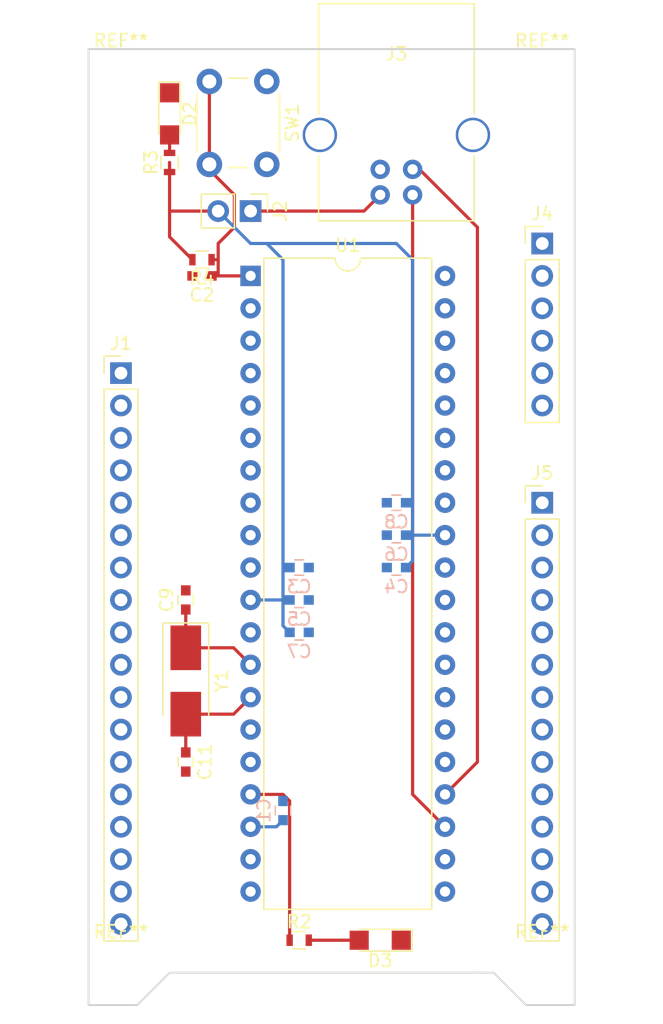
<source format=kicad_pcb>
(kicad_pcb (version 4) (host pcbnew 4.0.7)

  (general
    (links 54)
    (no_connects 33)
    (area 143.434999 79.934999 181.685001 155.015001)
    (thickness 1.6)
    (drawings 9)
    (tracks 50)
    (zones 0)
    (modules 27)
    (nets 69)
  )

  (page A4)
  (layers
    (0 F.Cu signal)
    (31 B.Cu signal)
    (32 B.Adhes user)
    (33 F.Adhes user)
    (34 B.Paste user)
    (35 F.Paste user)
    (36 B.SilkS user)
    (37 F.SilkS user)
    (38 B.Mask user)
    (39 F.Mask user)
    (40 Dwgs.User user)
    (41 Cmts.User user)
    (42 Eco1.User user)
    (43 Eco2.User user)
    (44 Edge.Cuts user)
    (45 Margin user)
    (46 B.CrtYd user)
    (47 F.CrtYd user)
    (48 B.Fab user)
    (49 F.Fab user)
  )

  (setup
    (last_trace_width 0.25)
    (trace_clearance 0.2)
    (zone_clearance 0.508)
    (zone_45_only no)
    (trace_min 0.2)
    (segment_width 0.2)
    (edge_width 0.15)
    (via_size 0.6)
    (via_drill 0.4)
    (via_min_size 0.4)
    (via_min_drill 0.3)
    (uvia_size 0.3)
    (uvia_drill 0.1)
    (uvias_allowed no)
    (uvia_min_size 0.2)
    (uvia_min_drill 0.1)
    (pcb_text_width 0.3)
    (pcb_text_size 1.5 1.5)
    (mod_edge_width 0.15)
    (mod_text_size 1 1)
    (mod_text_width 0.15)
    (pad_size 1.524 1.524)
    (pad_drill 0.762)
    (pad_to_mask_clearance 0.2)
    (aux_axis_origin 0 0)
    (visible_elements 7FFEFFBF)
    (pcbplotparams
      (layerselection 0x00030_80000001)
      (usegerberextensions false)
      (excludeedgelayer true)
      (linewidth 0.100000)
      (plotframeref false)
      (viasonmask false)
      (mode 1)
      (useauxorigin false)
      (hpglpennumber 1)
      (hpglpenspeed 20)
      (hpglpendiameter 15)
      (hpglpenoverlay 2)
      (psnegative false)
      (psa4output false)
      (plotreference true)
      (plotvalue true)
      (plotinvisibletext false)
      (padsonsilk false)
      (subtractmaskfromsilk false)
      (outputformat 1)
      (mirror false)
      (drillshape 1)
      (scaleselection 1)
      (outputdirectory ""))
  )

  (net 0 "")
  (net 1 "Net-(C1-Pad2)")
  (net 2 GND)
  (net 3 +5V)
  (net 4 "Net-(J1-Pad4)")
  (net 5 "Net-(J1-Pad5)")
  (net 6 "Net-(J1-Pad6)")
  (net 7 "Net-(J1-Pad7)")
  (net 8 "Net-(J1-Pad8)")
  (net 9 "Net-(J1-Pad9)")
  (net 10 "Net-(J1-Pad10)")
  (net 11 "Net-(J1-Pad11)")
  (net 12 "Net-(J1-Pad12)")
  (net 13 "Net-(J1-Pad13)")
  (net 14 "Net-(J1-Pad14)")
  (net 15 "Net-(J1-Pad15)")
  (net 16 "Net-(J1-Pad16)")
  (net 17 "Net-(C9-Pad1)")
  (net 18 "Net-(J1-Pad17)")
  (net 19 "Net-(U1-Pad21)")
  (net 20 "Net-(U1-Pad2)")
  (net 21 "Net-(U1-Pad22)")
  (net 22 "Net-(U1-Pad3)")
  (net 23 "Net-(U1-Pad4)")
  (net 24 "Net-(U1-Pad5)")
  (net 25 "Net-(U1-Pad25)")
  (net 26 "Net-(U1-Pad6)")
  (net 27 "Net-(U1-Pad26)")
  (net 28 "Net-(U1-Pad7)")
  (net 29 "Net-(U1-Pad27)")
  (net 30 "Net-(U1-Pad8)")
  (net 31 "Net-(U1-Pad28)")
  (net 32 "Net-(U1-Pad9)")
  (net 33 "Net-(U1-Pad29)")
  (net 34 "Net-(U1-Pad10)")
  (net 35 "Net-(U1-Pad30)")
  (net 36 "Net-(U1-Pad33)")
  (net 37 "Net-(U1-Pad34)")
  (net 38 "Net-(U1-Pad15)")
  (net 39 "Net-(U1-Pad35)")
  (net 40 "Net-(U1-Pad16)")
  (net 41 "Net-(U1-Pad36)")
  (net 42 "Net-(U1-Pad37)")
  (net 43 "Net-(U1-Pad38)")
  (net 44 "Net-(U1-Pad19)")
  (net 45 "Net-(U1-Pad20)")
  (net 46 /RESET)
  (net 47 "Net-(C11-Pad1)")
  (net 48 "Net-(D2-Pad2)")
  (net 49 "Net-(J2-Pad1)")
  (net 50 /PGD)
  (net 51 /PGC)
  (net 52 "Net-(J4-Pad6)")
  (net 53 "Net-(J5-Pad1)")
  (net 54 "Net-(J5-Pad2)")
  (net 55 "Net-(J5-Pad3)")
  (net 56 "Net-(J5-Pad4)")
  (net 57 "Net-(J5-Pad5)")
  (net 58 "Net-(J5-Pad6)")
  (net 59 "Net-(J5-Pad7)")
  (net 60 "Net-(J5-Pad8)")
  (net 61 "Net-(J5-Pad9)")
  (net 62 "Net-(J5-Pad10)")
  (net 63 "Net-(J5-Pad11)")
  (net 64 "Net-(D3-Pad2)")
  (net 65 "Net-(J1-Pad3)")
  (net 66 /D-)
  (net 67 /D+)
  (net 68 /U_LED)

  (net_class Default "This is the default net class."
    (clearance 0.2)
    (trace_width 0.25)
    (via_dia 0.6)
    (via_drill 0.4)
    (uvia_dia 0.3)
    (uvia_drill 0.1)
    (add_net +5V)
    (add_net /D+)
    (add_net /D-)
    (add_net /PGC)
    (add_net /PGD)
    (add_net /RESET)
    (add_net /U_LED)
    (add_net GND)
    (add_net "Net-(C1-Pad2)")
    (add_net "Net-(C11-Pad1)")
    (add_net "Net-(C9-Pad1)")
    (add_net "Net-(D2-Pad2)")
    (add_net "Net-(D3-Pad2)")
    (add_net "Net-(J1-Pad10)")
    (add_net "Net-(J1-Pad11)")
    (add_net "Net-(J1-Pad12)")
    (add_net "Net-(J1-Pad13)")
    (add_net "Net-(J1-Pad14)")
    (add_net "Net-(J1-Pad15)")
    (add_net "Net-(J1-Pad16)")
    (add_net "Net-(J1-Pad17)")
    (add_net "Net-(J1-Pad3)")
    (add_net "Net-(J1-Pad4)")
    (add_net "Net-(J1-Pad5)")
    (add_net "Net-(J1-Pad6)")
    (add_net "Net-(J1-Pad7)")
    (add_net "Net-(J1-Pad8)")
    (add_net "Net-(J1-Pad9)")
    (add_net "Net-(J2-Pad1)")
    (add_net "Net-(J4-Pad6)")
    (add_net "Net-(J5-Pad1)")
    (add_net "Net-(J5-Pad10)")
    (add_net "Net-(J5-Pad11)")
    (add_net "Net-(J5-Pad2)")
    (add_net "Net-(J5-Pad3)")
    (add_net "Net-(J5-Pad4)")
    (add_net "Net-(J5-Pad5)")
    (add_net "Net-(J5-Pad6)")
    (add_net "Net-(J5-Pad7)")
    (add_net "Net-(J5-Pad8)")
    (add_net "Net-(J5-Pad9)")
    (add_net "Net-(U1-Pad10)")
    (add_net "Net-(U1-Pad15)")
    (add_net "Net-(U1-Pad16)")
    (add_net "Net-(U1-Pad19)")
    (add_net "Net-(U1-Pad2)")
    (add_net "Net-(U1-Pad20)")
    (add_net "Net-(U1-Pad21)")
    (add_net "Net-(U1-Pad22)")
    (add_net "Net-(U1-Pad25)")
    (add_net "Net-(U1-Pad26)")
    (add_net "Net-(U1-Pad27)")
    (add_net "Net-(U1-Pad28)")
    (add_net "Net-(U1-Pad29)")
    (add_net "Net-(U1-Pad3)")
    (add_net "Net-(U1-Pad30)")
    (add_net "Net-(U1-Pad33)")
    (add_net "Net-(U1-Pad34)")
    (add_net "Net-(U1-Pad35)")
    (add_net "Net-(U1-Pad36)")
    (add_net "Net-(U1-Pad37)")
    (add_net "Net-(U1-Pad38)")
    (add_net "Net-(U1-Pad4)")
    (add_net "Net-(U1-Pad5)")
    (add_net "Net-(U1-Pad6)")
    (add_net "Net-(U1-Pad7)")
    (add_net "Net-(U1-Pad8)")
    (add_net "Net-(U1-Pad9)")
  )

  (module Mounting_Holes:MountingHole_2.2mm_M2 (layer F.Cu) (tedit 56D1B4CB) (tstamp 5AB6A6F8)
    (at 146.05 82.55)
    (descr "Mounting Hole 2.2mm, no annular, M2")
    (tags "mounting hole 2.2mm no annular m2")
    (attr virtual)
    (fp_text reference REF** (at 0 -3.2) (layer F.SilkS)
      (effects (font (size 1 1) (thickness 0.15)))
    )
    (fp_text value MountingHole_2.2mm_M2 (at 0 3.2) (layer F.Fab)
      (effects (font (size 1 1) (thickness 0.15)))
    )
    (fp_text user %R (at 0.3 0) (layer F.Fab)
      (effects (font (size 1 1) (thickness 0.15)))
    )
    (fp_circle (center 0 0) (end 2.2 0) (layer Cmts.User) (width 0.15))
    (fp_circle (center 0 0) (end 2.45 0) (layer F.CrtYd) (width 0.05))
    (pad 1 np_thru_hole circle (at 0 0) (size 2.2 2.2) (drill 2.2) (layers *.Cu *.Mask))
  )

  (module Mounting_Holes:MountingHole_2.2mm_M2 (layer F.Cu) (tedit 56D1B4CB) (tstamp 5AB6A6F0)
    (at 179.07 82.55)
    (descr "Mounting Hole 2.2mm, no annular, M2")
    (tags "mounting hole 2.2mm no annular m2")
    (attr virtual)
    (fp_text reference REF** (at 0 -3.2) (layer F.SilkS)
      (effects (font (size 1 1) (thickness 0.15)))
    )
    (fp_text value MountingHole_2.2mm_M2 (at 0 3.2) (layer F.Fab)
      (effects (font (size 1 1) (thickness 0.15)))
    )
    (fp_text user %R (at 0.3 0) (layer F.Fab)
      (effects (font (size 1 1) (thickness 0.15)))
    )
    (fp_circle (center 0 0) (end 2.2 0) (layer Cmts.User) (width 0.15))
    (fp_circle (center 0 0) (end 2.45 0) (layer F.CrtYd) (width 0.05))
    (pad 1 np_thru_hole circle (at 0 0) (size 2.2 2.2) (drill 2.2) (layers *.Cu *.Mask))
  )

  (module Mounting_Holes:MountingHole_2.2mm_M2 (layer F.Cu) (tedit 56D1B4CB) (tstamp 5AB6A628)
    (at 179.07 152.4)
    (descr "Mounting Hole 2.2mm, no annular, M2")
    (tags "mounting hole 2.2mm no annular m2")
    (attr virtual)
    (fp_text reference REF** (at 0 -3.2) (layer F.SilkS)
      (effects (font (size 1 1) (thickness 0.15)))
    )
    (fp_text value MountingHole_2.2mm_M2 (at 0 3.2) (layer F.Fab)
      (effects (font (size 1 1) (thickness 0.15)))
    )
    (fp_text user %R (at 0.3 0) (layer F.Fab)
      (effects (font (size 1 1) (thickness 0.15)))
    )
    (fp_circle (center 0 0) (end 2.2 0) (layer Cmts.User) (width 0.15))
    (fp_circle (center 0 0) (end 2.45 0) (layer F.CrtYd) (width 0.05))
    (pad 1 np_thru_hole circle (at 0 0) (size 2.2 2.2) (drill 2.2) (layers *.Cu *.Mask))
  )

  (module Mounting_Holes:MountingHole_2.2mm_M2 (layer F.Cu) (tedit 56D1B4CB) (tstamp 5AB6A668)
    (at 146.05 152.4)
    (descr "Mounting Hole 2.2mm, no annular, M2")
    (tags "mounting hole 2.2mm no annular m2")
    (attr virtual)
    (fp_text reference REF** (at 0 -3.2) (layer F.SilkS)
      (effects (font (size 1 1) (thickness 0.15)))
    )
    (fp_text value MountingHole_2.2mm_M2 (at 0 3.2) (layer F.Fab)
      (effects (font (size 1 1) (thickness 0.15)))
    )
    (fp_text user %R (at 0.3 0) (layer F.Fab)
      (effects (font (size 1 1) (thickness 0.15)))
    )
    (fp_circle (center 0 0) (end 2.2 0) (layer Cmts.User) (width 0.15))
    (fp_circle (center 0 0) (end 2.45 0) (layer F.CrtYd) (width 0.05))
    (pad 1 np_thru_hole circle (at 0 0) (size 2.2 2.2) (drill 2.2) (layers *.Cu *.Mask))
  )

  (module Socket_Strips:Socket_Strip_Straight_1x18_Pitch2.54mm (layer F.Cu) (tedit 58CD5446) (tstamp 5AB69566)
    (at 146.05 105.41)
    (descr "Through hole straight socket strip, 1x18, 2.54mm pitch, single row")
    (tags "Through hole socket strip THT 1x18 2.54mm single row")
    (path /5AB6B979)
    (fp_text reference J1 (at 0 -2.33) (layer F.SilkS)
      (effects (font (size 1 1) (thickness 0.15)))
    )
    (fp_text value Conn_01x18_Female (at 0 45.51) (layer F.Fab)
      (effects (font (size 1 1) (thickness 0.15)))
    )
    (fp_line (start -1.27 -1.27) (end -1.27 44.45) (layer F.Fab) (width 0.1))
    (fp_line (start -1.27 44.45) (end 1.27 44.45) (layer F.Fab) (width 0.1))
    (fp_line (start 1.27 44.45) (end 1.27 -1.27) (layer F.Fab) (width 0.1))
    (fp_line (start 1.27 -1.27) (end -1.27 -1.27) (layer F.Fab) (width 0.1))
    (fp_line (start -1.33 1.27) (end -1.33 44.51) (layer F.SilkS) (width 0.12))
    (fp_line (start -1.33 44.51) (end 1.33 44.51) (layer F.SilkS) (width 0.12))
    (fp_line (start 1.33 44.51) (end 1.33 1.27) (layer F.SilkS) (width 0.12))
    (fp_line (start 1.33 1.27) (end -1.33 1.27) (layer F.SilkS) (width 0.12))
    (fp_line (start -1.33 0) (end -1.33 -1.33) (layer F.SilkS) (width 0.12))
    (fp_line (start -1.33 -1.33) (end 0 -1.33) (layer F.SilkS) (width 0.12))
    (fp_line (start -1.8 -1.8) (end -1.8 44.95) (layer F.CrtYd) (width 0.05))
    (fp_line (start -1.8 44.95) (end 1.8 44.95) (layer F.CrtYd) (width 0.05))
    (fp_line (start 1.8 44.95) (end 1.8 -1.8) (layer F.CrtYd) (width 0.05))
    (fp_line (start 1.8 -1.8) (end -1.8 -1.8) (layer F.CrtYd) (width 0.05))
    (fp_text user %R (at 0 -2.33) (layer F.Fab)
      (effects (font (size 1 1) (thickness 0.15)))
    )
    (pad 1 thru_hole rect (at 0 0) (size 1.7 1.7) (drill 1) (layers *.Cu *.Mask)
      (net 3 +5V))
    (pad 2 thru_hole oval (at 0 2.54) (size 1.7 1.7) (drill 1) (layers *.Cu *.Mask)
      (net 2 GND))
    (pad 3 thru_hole oval (at 0 5.08) (size 1.7 1.7) (drill 1) (layers *.Cu *.Mask)
      (net 65 "Net-(J1-Pad3)"))
    (pad 4 thru_hole oval (at 0 7.62) (size 1.7 1.7) (drill 1) (layers *.Cu *.Mask)
      (net 4 "Net-(J1-Pad4)"))
    (pad 5 thru_hole oval (at 0 10.16) (size 1.7 1.7) (drill 1) (layers *.Cu *.Mask)
      (net 5 "Net-(J1-Pad5)"))
    (pad 6 thru_hole oval (at 0 12.7) (size 1.7 1.7) (drill 1) (layers *.Cu *.Mask)
      (net 6 "Net-(J1-Pad6)"))
    (pad 7 thru_hole oval (at 0 15.24) (size 1.7 1.7) (drill 1) (layers *.Cu *.Mask)
      (net 7 "Net-(J1-Pad7)"))
    (pad 8 thru_hole oval (at 0 17.78) (size 1.7 1.7) (drill 1) (layers *.Cu *.Mask)
      (net 8 "Net-(J1-Pad8)"))
    (pad 9 thru_hole oval (at 0 20.32) (size 1.7 1.7) (drill 1) (layers *.Cu *.Mask)
      (net 9 "Net-(J1-Pad9)"))
    (pad 10 thru_hole oval (at 0 22.86) (size 1.7 1.7) (drill 1) (layers *.Cu *.Mask)
      (net 10 "Net-(J1-Pad10)"))
    (pad 11 thru_hole oval (at 0 25.4) (size 1.7 1.7) (drill 1) (layers *.Cu *.Mask)
      (net 11 "Net-(J1-Pad11)"))
    (pad 12 thru_hole oval (at 0 27.94) (size 1.7 1.7) (drill 1) (layers *.Cu *.Mask)
      (net 12 "Net-(J1-Pad12)"))
    (pad 13 thru_hole oval (at 0 30.48) (size 1.7 1.7) (drill 1) (layers *.Cu *.Mask)
      (net 13 "Net-(J1-Pad13)"))
    (pad 14 thru_hole oval (at 0 33.02) (size 1.7 1.7) (drill 1) (layers *.Cu *.Mask)
      (net 14 "Net-(J1-Pad14)"))
    (pad 15 thru_hole oval (at 0 35.56) (size 1.7 1.7) (drill 1) (layers *.Cu *.Mask)
      (net 15 "Net-(J1-Pad15)"))
    (pad 16 thru_hole oval (at 0 38.1) (size 1.7 1.7) (drill 1) (layers *.Cu *.Mask)
      (net 16 "Net-(J1-Pad16)"))
    (pad 17 thru_hole oval (at 0 40.64) (size 1.7 1.7) (drill 1) (layers *.Cu *.Mask)
      (net 18 "Net-(J1-Pad17)"))
    (pad 18 thru_hole oval (at 0 43.18) (size 1.7 1.7) (drill 1) (layers *.Cu *.Mask)
      (net 2 GND))
    (model ${KISYS3DMOD}/Socket_Strips.3dshapes/Socket_Strip_Straight_1x18_Pitch2.54mm.wrl
      (at (xyz 0 -0.85 0))
      (scale (xyz 1 1 1))
      (rotate (xyz 0 0 270))
    )
  )

  (module Housings_DIP:DIP-40_W15.24mm (layer F.Cu) (tedit 58CC8E30) (tstamp 5AAEDBAB)
    (at 156.21 97.79)
    (descr "40-lead dip package, row spacing 15.24 mm (600 mils)")
    (tags "DIL DIP PDIP 2.54mm 15.24mm 600mil")
    (path /5AAEDA14)
    (fp_text reference U1 (at 7.62 -2.39) (layer F.SilkS)
      (effects (font (size 1 1) (thickness 0.15)))
    )
    (fp_text value PIC18LF4550-I/P (at 7.62 50.65) (layer F.Fab)
      (effects (font (size 1 1) (thickness 0.15)))
    )
    (fp_text user %R (at 7.62 24.13) (layer F.Fab)
      (effects (font (size 1 1) (thickness 0.15)))
    )
    (fp_line (start 1.255 -1.27) (end 14.985 -1.27) (layer F.Fab) (width 0.1))
    (fp_line (start 14.985 -1.27) (end 14.985 49.53) (layer F.Fab) (width 0.1))
    (fp_line (start 14.985 49.53) (end 0.255 49.53) (layer F.Fab) (width 0.1))
    (fp_line (start 0.255 49.53) (end 0.255 -0.27) (layer F.Fab) (width 0.1))
    (fp_line (start 0.255 -0.27) (end 1.255 -1.27) (layer F.Fab) (width 0.1))
    (fp_line (start 6.62 -1.39) (end 1.04 -1.39) (layer F.SilkS) (width 0.12))
    (fp_line (start 1.04 -1.39) (end 1.04 49.65) (layer F.SilkS) (width 0.12))
    (fp_line (start 1.04 49.65) (end 14.2 49.65) (layer F.SilkS) (width 0.12))
    (fp_line (start 14.2 49.65) (end 14.2 -1.39) (layer F.SilkS) (width 0.12))
    (fp_line (start 14.2 -1.39) (end 8.62 -1.39) (layer F.SilkS) (width 0.12))
    (fp_line (start -1.1 -1.6) (end -1.1 49.8) (layer F.CrtYd) (width 0.05))
    (fp_line (start -1.1 49.8) (end 16.3 49.8) (layer F.CrtYd) (width 0.05))
    (fp_line (start 16.3 49.8) (end 16.3 -1.6) (layer F.CrtYd) (width 0.05))
    (fp_line (start 16.3 -1.6) (end -1.1 -1.6) (layer F.CrtYd) (width 0.05))
    (fp_arc (start 7.62 -1.39) (end 6.62 -1.39) (angle -180) (layer F.SilkS) (width 0.12))
    (pad 1 thru_hole rect (at 0 0) (size 1.6 1.6) (drill 0.8) (layers *.Cu *.Mask)
      (net 46 /RESET))
    (pad 21 thru_hole oval (at 15.24 48.26) (size 1.6 1.6) (drill 0.8) (layers *.Cu *.Mask)
      (net 19 "Net-(U1-Pad21)"))
    (pad 2 thru_hole oval (at 0 2.54) (size 1.6 1.6) (drill 0.8) (layers *.Cu *.Mask)
      (net 20 "Net-(U1-Pad2)"))
    (pad 22 thru_hole oval (at 15.24 45.72) (size 1.6 1.6) (drill 0.8) (layers *.Cu *.Mask)
      (net 21 "Net-(U1-Pad22)"))
    (pad 3 thru_hole oval (at 0 5.08) (size 1.6 1.6) (drill 0.8) (layers *.Cu *.Mask)
      (net 22 "Net-(U1-Pad3)"))
    (pad 23 thru_hole oval (at 15.24 43.18) (size 1.6 1.6) (drill 0.8) (layers *.Cu *.Mask)
      (net 66 /D-))
    (pad 4 thru_hole oval (at 0 7.62) (size 1.6 1.6) (drill 0.8) (layers *.Cu *.Mask)
      (net 23 "Net-(U1-Pad4)"))
    (pad 24 thru_hole oval (at 15.24 40.64) (size 1.6 1.6) (drill 0.8) (layers *.Cu *.Mask)
      (net 67 /D+))
    (pad 5 thru_hole oval (at 0 10.16) (size 1.6 1.6) (drill 0.8) (layers *.Cu *.Mask)
      (net 24 "Net-(U1-Pad5)"))
    (pad 25 thru_hole oval (at 15.24 38.1) (size 1.6 1.6) (drill 0.8) (layers *.Cu *.Mask)
      (net 25 "Net-(U1-Pad25)"))
    (pad 6 thru_hole oval (at 0 12.7) (size 1.6 1.6) (drill 0.8) (layers *.Cu *.Mask)
      (net 26 "Net-(U1-Pad6)"))
    (pad 26 thru_hole oval (at 15.24 35.56) (size 1.6 1.6) (drill 0.8) (layers *.Cu *.Mask)
      (net 27 "Net-(U1-Pad26)"))
    (pad 7 thru_hole oval (at 0 15.24) (size 1.6 1.6) (drill 0.8) (layers *.Cu *.Mask)
      (net 28 "Net-(U1-Pad7)"))
    (pad 27 thru_hole oval (at 15.24 33.02) (size 1.6 1.6) (drill 0.8) (layers *.Cu *.Mask)
      (net 29 "Net-(U1-Pad27)"))
    (pad 8 thru_hole oval (at 0 17.78) (size 1.6 1.6) (drill 0.8) (layers *.Cu *.Mask)
      (net 30 "Net-(U1-Pad8)"))
    (pad 28 thru_hole oval (at 15.24 30.48) (size 1.6 1.6) (drill 0.8) (layers *.Cu *.Mask)
      (net 31 "Net-(U1-Pad28)"))
    (pad 9 thru_hole oval (at 0 20.32) (size 1.6 1.6) (drill 0.8) (layers *.Cu *.Mask)
      (net 32 "Net-(U1-Pad9)"))
    (pad 29 thru_hole oval (at 15.24 27.94) (size 1.6 1.6) (drill 0.8) (layers *.Cu *.Mask)
      (net 33 "Net-(U1-Pad29)"))
    (pad 10 thru_hole oval (at 0 22.86) (size 1.6 1.6) (drill 0.8) (layers *.Cu *.Mask)
      (net 34 "Net-(U1-Pad10)"))
    (pad 30 thru_hole oval (at 15.24 25.4) (size 1.6 1.6) (drill 0.8) (layers *.Cu *.Mask)
      (net 35 "Net-(U1-Pad30)"))
    (pad 11 thru_hole oval (at 0 25.4) (size 1.6 1.6) (drill 0.8) (layers *.Cu *.Mask)
      (net 3 +5V))
    (pad 31 thru_hole oval (at 15.24 22.86) (size 1.6 1.6) (drill 0.8) (layers *.Cu *.Mask)
      (net 2 GND))
    (pad 12 thru_hole oval (at 0 27.94) (size 1.6 1.6) (drill 0.8) (layers *.Cu *.Mask)
      (net 2 GND))
    (pad 32 thru_hole oval (at 15.24 20.32) (size 1.6 1.6) (drill 0.8) (layers *.Cu *.Mask)
      (net 3 +5V))
    (pad 13 thru_hole oval (at 0 30.48) (size 1.6 1.6) (drill 0.8) (layers *.Cu *.Mask)
      (net 17 "Net-(C9-Pad1)"))
    (pad 33 thru_hole oval (at 15.24 17.78) (size 1.6 1.6) (drill 0.8) (layers *.Cu *.Mask)
      (net 36 "Net-(U1-Pad33)"))
    (pad 14 thru_hole oval (at 0 33.02) (size 1.6 1.6) (drill 0.8) (layers *.Cu *.Mask)
      (net 47 "Net-(C11-Pad1)"))
    (pad 34 thru_hole oval (at 15.24 15.24) (size 1.6 1.6) (drill 0.8) (layers *.Cu *.Mask)
      (net 37 "Net-(U1-Pad34)"))
    (pad 15 thru_hole oval (at 0 35.56) (size 1.6 1.6) (drill 0.8) (layers *.Cu *.Mask)
      (net 38 "Net-(U1-Pad15)"))
    (pad 35 thru_hole oval (at 15.24 12.7) (size 1.6 1.6) (drill 0.8) (layers *.Cu *.Mask)
      (net 39 "Net-(U1-Pad35)"))
    (pad 16 thru_hole oval (at 0 38.1) (size 1.6 1.6) (drill 0.8) (layers *.Cu *.Mask)
      (net 40 "Net-(U1-Pad16)"))
    (pad 36 thru_hole oval (at 15.24 10.16) (size 1.6 1.6) (drill 0.8) (layers *.Cu *.Mask)
      (net 41 "Net-(U1-Pad36)"))
    (pad 17 thru_hole oval (at 0 40.64) (size 1.6 1.6) (drill 0.8) (layers *.Cu *.Mask)
      (net 68 /U_LED))
    (pad 37 thru_hole oval (at 15.24 7.62) (size 1.6 1.6) (drill 0.8) (layers *.Cu *.Mask)
      (net 42 "Net-(U1-Pad37)"))
    (pad 18 thru_hole oval (at 0 43.18) (size 1.6 1.6) (drill 0.8) (layers *.Cu *.Mask)
      (net 1 "Net-(C1-Pad2)"))
    (pad 38 thru_hole oval (at 15.24 5.08) (size 1.6 1.6) (drill 0.8) (layers *.Cu *.Mask)
      (net 43 "Net-(U1-Pad38)"))
    (pad 19 thru_hole oval (at 0 45.72) (size 1.6 1.6) (drill 0.8) (layers *.Cu *.Mask)
      (net 44 "Net-(U1-Pad19)"))
    (pad 39 thru_hole oval (at 15.24 2.54) (size 1.6 1.6) (drill 0.8) (layers *.Cu *.Mask)
      (net 51 /PGC))
    (pad 20 thru_hole oval (at 0 48.26) (size 1.6 1.6) (drill 0.8) (layers *.Cu *.Mask)
      (net 45 "Net-(U1-Pad20)"))
    (pad 40 thru_hole oval (at 15.24 0) (size 1.6 1.6) (drill 0.8) (layers *.Cu *.Mask)
      (net 50 /PGD))
    (model ${KISYS3DMOD}/Housings_DIP.3dshapes/DIP-40_W15.24mm.wrl
      (at (xyz 0 0 0))
      (scale (xyz 1 1 1))
      (rotate (xyz 0 0 0))
    )
  )

  (module Socket_Strips:Socket_Strip_Straight_1x14_Pitch2.54mm (layer F.Cu) (tedit 58CD5446) (tstamp 5AB56DD4)
    (at 179.07 115.57)
    (descr "Through hole straight socket strip, 1x14, 2.54mm pitch, single row")
    (tags "Through hole socket strip THT 1x14 2.54mm single row")
    (path /5AB6495A)
    (fp_text reference J5 (at 0 -2.33) (layer F.SilkS)
      (effects (font (size 1 1) (thickness 0.15)))
    )
    (fp_text value Conn_01x14_Female (at 0 35.35) (layer F.Fab)
      (effects (font (size 1 1) (thickness 0.15)))
    )
    (fp_line (start -1.27 -1.27) (end -1.27 34.29) (layer F.Fab) (width 0.1))
    (fp_line (start -1.27 34.29) (end 1.27 34.29) (layer F.Fab) (width 0.1))
    (fp_line (start 1.27 34.29) (end 1.27 -1.27) (layer F.Fab) (width 0.1))
    (fp_line (start 1.27 -1.27) (end -1.27 -1.27) (layer F.Fab) (width 0.1))
    (fp_line (start -1.33 1.27) (end -1.33 34.35) (layer F.SilkS) (width 0.12))
    (fp_line (start -1.33 34.35) (end 1.33 34.35) (layer F.SilkS) (width 0.12))
    (fp_line (start 1.33 34.35) (end 1.33 1.27) (layer F.SilkS) (width 0.12))
    (fp_line (start 1.33 1.27) (end -1.33 1.27) (layer F.SilkS) (width 0.12))
    (fp_line (start -1.33 0) (end -1.33 -1.33) (layer F.SilkS) (width 0.12))
    (fp_line (start -1.33 -1.33) (end 0 -1.33) (layer F.SilkS) (width 0.12))
    (fp_line (start -1.8 -1.8) (end -1.8 34.8) (layer F.CrtYd) (width 0.05))
    (fp_line (start -1.8 34.8) (end 1.8 34.8) (layer F.CrtYd) (width 0.05))
    (fp_line (start 1.8 34.8) (end 1.8 -1.8) (layer F.CrtYd) (width 0.05))
    (fp_line (start 1.8 -1.8) (end -1.8 -1.8) (layer F.CrtYd) (width 0.05))
    (fp_text user %R (at 0 -2.33) (layer F.Fab)
      (effects (font (size 1 1) (thickness 0.15)))
    )
    (pad 1 thru_hole rect (at 0 0) (size 1.7 1.7) (drill 1) (layers *.Cu *.Mask)
      (net 53 "Net-(J5-Pad1)"))
    (pad 2 thru_hole oval (at 0 2.54) (size 1.7 1.7) (drill 1) (layers *.Cu *.Mask)
      (net 54 "Net-(J5-Pad2)"))
    (pad 3 thru_hole oval (at 0 5.08) (size 1.7 1.7) (drill 1) (layers *.Cu *.Mask)
      (net 55 "Net-(J5-Pad3)"))
    (pad 4 thru_hole oval (at 0 7.62) (size 1.7 1.7) (drill 1) (layers *.Cu *.Mask)
      (net 56 "Net-(J5-Pad4)"))
    (pad 5 thru_hole oval (at 0 10.16) (size 1.7 1.7) (drill 1) (layers *.Cu *.Mask)
      (net 57 "Net-(J5-Pad5)"))
    (pad 6 thru_hole oval (at 0 12.7) (size 1.7 1.7) (drill 1) (layers *.Cu *.Mask)
      (net 58 "Net-(J5-Pad6)"))
    (pad 7 thru_hole oval (at 0 15.24) (size 1.7 1.7) (drill 1) (layers *.Cu *.Mask)
      (net 59 "Net-(J5-Pad7)"))
    (pad 8 thru_hole oval (at 0 17.78) (size 1.7 1.7) (drill 1) (layers *.Cu *.Mask)
      (net 60 "Net-(J5-Pad8)"))
    (pad 9 thru_hole oval (at 0 20.32) (size 1.7 1.7) (drill 1) (layers *.Cu *.Mask)
      (net 61 "Net-(J5-Pad9)"))
    (pad 10 thru_hole oval (at 0 22.86) (size 1.7 1.7) (drill 1) (layers *.Cu *.Mask)
      (net 62 "Net-(J5-Pad10)"))
    (pad 11 thru_hole oval (at 0 25.4) (size 1.7 1.7) (drill 1) (layers *.Cu *.Mask)
      (net 63 "Net-(J5-Pad11)"))
    (pad 12 thru_hole oval (at 0 27.94) (size 1.7 1.7) (drill 1) (layers *.Cu *.Mask)
      (net 67 /D+))
    (pad 13 thru_hole oval (at 0 30.48) (size 1.7 1.7) (drill 1) (layers *.Cu *.Mask)
      (net 66 /D-))
    (pad 14 thru_hole oval (at 0 33.02) (size 1.7 1.7) (drill 1) (layers *.Cu *.Mask)
      (net 2 GND))
    (model ${KISYS3DMOD}/Socket_Strips.3dshapes/Socket_Strip_Straight_1x14_Pitch2.54mm.wrl
      (at (xyz 0 -0.65 0))
      (scale (xyz 1 1 1))
      (rotate (xyz 0 0 270))
    )
  )

  (module Capacitors_SMD:C_0603 (layer B.Cu) (tedit 59958EE7) (tstamp 5AAEDB29)
    (at 158.75 139.7 270)
    (descr "Capacitor SMD 0603, reflow soldering, AVX (see smccp.pdf)")
    (tags "capacitor 0603")
    (path /5AAEEBAB)
    (attr smd)
    (fp_text reference C1 (at 0 1.5 270) (layer B.SilkS)
      (effects (font (size 1 1) (thickness 0.15)) (justify mirror))
    )
    (fp_text value 1.0u (at 0 -1.5 270) (layer B.Fab)
      (effects (font (size 1 1) (thickness 0.15)) (justify mirror))
    )
    (fp_line (start 1.4 -0.65) (end -1.4 -0.65) (layer B.CrtYd) (width 0.05))
    (fp_line (start 1.4 -0.65) (end 1.4 0.65) (layer B.CrtYd) (width 0.05))
    (fp_line (start -1.4 0.65) (end -1.4 -0.65) (layer B.CrtYd) (width 0.05))
    (fp_line (start -1.4 0.65) (end 1.4 0.65) (layer B.CrtYd) (width 0.05))
    (fp_line (start 0.35 -0.6) (end -0.35 -0.6) (layer B.SilkS) (width 0.12))
    (fp_line (start -0.35 0.6) (end 0.35 0.6) (layer B.SilkS) (width 0.12))
    (fp_line (start -0.8 0.4) (end 0.8 0.4) (layer B.Fab) (width 0.1))
    (fp_line (start 0.8 0.4) (end 0.8 -0.4) (layer B.Fab) (width 0.1))
    (fp_line (start 0.8 -0.4) (end -0.8 -0.4) (layer B.Fab) (width 0.1))
    (fp_line (start -0.8 -0.4) (end -0.8 0.4) (layer B.Fab) (width 0.1))
    (fp_text user %R (at 0 0 270) (layer B.Fab)
      (effects (font (size 0.3 0.3) (thickness 0.075)) (justify mirror))
    )
    (pad 2 smd rect (at 0.75 0 270) (size 0.8 0.75) (layers B.Cu B.Paste B.Mask)
      (net 1 "Net-(C1-Pad2)"))
    (pad 1 smd rect (at -0.75 0 270) (size 0.8 0.75) (layers B.Cu B.Paste B.Mask)
      (net 2 GND))
    (model Capacitors_SMD.3dshapes/C_0603.wrl
      (at (xyz 0 0 0))
      (scale (xyz 1 1 1))
      (rotate (xyz 0 0 0))
    )
  )

  (module Capacitors_SMD:C_0603 (layer F.Cu) (tedit 59958EE7) (tstamp 5AAEDB2F)
    (at 152.4 97.79 180)
    (descr "Capacitor SMD 0603, reflow soldering, AVX (see smccp.pdf)")
    (tags "capacitor 0603")
    (path /5AAEF78D)
    (attr smd)
    (fp_text reference C2 (at 0 -1.5 180) (layer F.SilkS)
      (effects (font (size 1 1) (thickness 0.15)))
    )
    (fp_text value 1.0u (at 0 1.5 180) (layer F.Fab)
      (effects (font (size 1 1) (thickness 0.15)))
    )
    (fp_line (start 1.4 0.65) (end -1.4 0.65) (layer F.CrtYd) (width 0.05))
    (fp_line (start 1.4 0.65) (end 1.4 -0.65) (layer F.CrtYd) (width 0.05))
    (fp_line (start -1.4 -0.65) (end -1.4 0.65) (layer F.CrtYd) (width 0.05))
    (fp_line (start -1.4 -0.65) (end 1.4 -0.65) (layer F.CrtYd) (width 0.05))
    (fp_line (start 0.35 0.6) (end -0.35 0.6) (layer F.SilkS) (width 0.12))
    (fp_line (start -0.35 -0.6) (end 0.35 -0.6) (layer F.SilkS) (width 0.12))
    (fp_line (start -0.8 -0.4) (end 0.8 -0.4) (layer F.Fab) (width 0.1))
    (fp_line (start 0.8 -0.4) (end 0.8 0.4) (layer F.Fab) (width 0.1))
    (fp_line (start 0.8 0.4) (end -0.8 0.4) (layer F.Fab) (width 0.1))
    (fp_line (start -0.8 0.4) (end -0.8 -0.4) (layer F.Fab) (width 0.1))
    (fp_text user %R (at 0 0 180) (layer F.Fab)
      (effects (font (size 0.3 0.3) (thickness 0.075)))
    )
    (pad 2 smd rect (at 0.75 0 180) (size 0.8 0.75) (layers F.Cu F.Paste F.Mask)
      (net 2 GND))
    (pad 1 smd rect (at -0.75 0 180) (size 0.8 0.75) (layers F.Cu F.Paste F.Mask)
      (net 46 /RESET))
    (model Capacitors_SMD.3dshapes/C_0603.wrl
      (at (xyz 0 0 0))
      (scale (xyz 1 1 1))
      (rotate (xyz 0 0 0))
    )
  )

  (module Capacitors_SMD:C_0603 (layer B.Cu) (tedit 59958EE7) (tstamp 5AAEDB35)
    (at 160.02 120.65)
    (descr "Capacitor SMD 0603, reflow soldering, AVX (see smccp.pdf)")
    (tags "capacitor 0603")
    (path /5AAEDFD2)
    (attr smd)
    (fp_text reference C3 (at 0 1.5) (layer B.SilkS)
      (effects (font (size 1 1) (thickness 0.15)) (justify mirror))
    )
    (fp_text value 100N (at 0 -1.5) (layer B.Fab)
      (effects (font (size 1 1) (thickness 0.15)) (justify mirror))
    )
    (fp_line (start 1.4 -0.65) (end -1.4 -0.65) (layer B.CrtYd) (width 0.05))
    (fp_line (start 1.4 -0.65) (end 1.4 0.65) (layer B.CrtYd) (width 0.05))
    (fp_line (start -1.4 0.65) (end -1.4 -0.65) (layer B.CrtYd) (width 0.05))
    (fp_line (start -1.4 0.65) (end 1.4 0.65) (layer B.CrtYd) (width 0.05))
    (fp_line (start 0.35 -0.6) (end -0.35 -0.6) (layer B.SilkS) (width 0.12))
    (fp_line (start -0.35 0.6) (end 0.35 0.6) (layer B.SilkS) (width 0.12))
    (fp_line (start -0.8 0.4) (end 0.8 0.4) (layer B.Fab) (width 0.1))
    (fp_line (start 0.8 0.4) (end 0.8 -0.4) (layer B.Fab) (width 0.1))
    (fp_line (start 0.8 -0.4) (end -0.8 -0.4) (layer B.Fab) (width 0.1))
    (fp_line (start -0.8 -0.4) (end -0.8 0.4) (layer B.Fab) (width 0.1))
    (fp_text user %R (at 0 0) (layer B.Fab)
      (effects (font (size 0.3 0.3) (thickness 0.075)) (justify mirror))
    )
    (pad 2 smd rect (at 0.75 0) (size 0.8 0.75) (layers B.Cu B.Paste B.Mask)
      (net 2 GND))
    (pad 1 smd rect (at -0.75 0) (size 0.8 0.75) (layers B.Cu B.Paste B.Mask)
      (net 3 +5V))
    (model Capacitors_SMD.3dshapes/C_0603.wrl
      (at (xyz 0 0 0))
      (scale (xyz 1 1 1))
      (rotate (xyz 0 0 0))
    )
  )

  (module Capacitors_SMD:C_0603 (layer B.Cu) (tedit 59958EE7) (tstamp 5AAEDB3B)
    (at 167.64 120.65)
    (descr "Capacitor SMD 0603, reflow soldering, AVX (see smccp.pdf)")
    (tags "capacitor 0603")
    (path /5AAEE181)
    (attr smd)
    (fp_text reference C4 (at 0 1.5) (layer B.SilkS)
      (effects (font (size 1 1) (thickness 0.15)) (justify mirror))
    )
    (fp_text value 100N (at 0 -1.5) (layer B.Fab)
      (effects (font (size 1 1) (thickness 0.15)) (justify mirror))
    )
    (fp_line (start 1.4 -0.65) (end -1.4 -0.65) (layer B.CrtYd) (width 0.05))
    (fp_line (start 1.4 -0.65) (end 1.4 0.65) (layer B.CrtYd) (width 0.05))
    (fp_line (start -1.4 0.65) (end -1.4 -0.65) (layer B.CrtYd) (width 0.05))
    (fp_line (start -1.4 0.65) (end 1.4 0.65) (layer B.CrtYd) (width 0.05))
    (fp_line (start 0.35 -0.6) (end -0.35 -0.6) (layer B.SilkS) (width 0.12))
    (fp_line (start -0.35 0.6) (end 0.35 0.6) (layer B.SilkS) (width 0.12))
    (fp_line (start -0.8 0.4) (end 0.8 0.4) (layer B.Fab) (width 0.1))
    (fp_line (start 0.8 0.4) (end 0.8 -0.4) (layer B.Fab) (width 0.1))
    (fp_line (start 0.8 -0.4) (end -0.8 -0.4) (layer B.Fab) (width 0.1))
    (fp_line (start -0.8 -0.4) (end -0.8 0.4) (layer B.Fab) (width 0.1))
    (fp_text user %R (at 0 0) (layer B.Fab)
      (effects (font (size 0.3 0.3) (thickness 0.075)) (justify mirror))
    )
    (pad 2 smd rect (at 0.75 0) (size 0.8 0.75) (layers B.Cu B.Paste B.Mask)
      (net 3 +5V))
    (pad 1 smd rect (at -0.75 0) (size 0.8 0.75) (layers B.Cu B.Paste B.Mask)
      (net 2 GND))
    (model Capacitors_SMD.3dshapes/C_0603.wrl
      (at (xyz 0 0 0))
      (scale (xyz 1 1 1))
      (rotate (xyz 0 0 0))
    )
  )

  (module Capacitors_SMD:C_0603 (layer B.Cu) (tedit 59958EE7) (tstamp 5AAEDB41)
    (at 160.02 123.19)
    (descr "Capacitor SMD 0603, reflow soldering, AVX (see smccp.pdf)")
    (tags "capacitor 0603")
    (path /5AAEE2CC)
    (attr smd)
    (fp_text reference C5 (at 0 1.5) (layer B.SilkS)
      (effects (font (size 1 1) (thickness 0.15)) (justify mirror))
    )
    (fp_text value 100N (at 0 -1.5) (layer B.Fab)
      (effects (font (size 1 1) (thickness 0.15)) (justify mirror))
    )
    (fp_line (start 1.4 -0.65) (end -1.4 -0.65) (layer B.CrtYd) (width 0.05))
    (fp_line (start 1.4 -0.65) (end 1.4 0.65) (layer B.CrtYd) (width 0.05))
    (fp_line (start -1.4 0.65) (end -1.4 -0.65) (layer B.CrtYd) (width 0.05))
    (fp_line (start -1.4 0.65) (end 1.4 0.65) (layer B.CrtYd) (width 0.05))
    (fp_line (start 0.35 -0.6) (end -0.35 -0.6) (layer B.SilkS) (width 0.12))
    (fp_line (start -0.35 0.6) (end 0.35 0.6) (layer B.SilkS) (width 0.12))
    (fp_line (start -0.8 0.4) (end 0.8 0.4) (layer B.Fab) (width 0.1))
    (fp_line (start 0.8 0.4) (end 0.8 -0.4) (layer B.Fab) (width 0.1))
    (fp_line (start 0.8 -0.4) (end -0.8 -0.4) (layer B.Fab) (width 0.1))
    (fp_line (start -0.8 -0.4) (end -0.8 0.4) (layer B.Fab) (width 0.1))
    (fp_text user %R (at 0 0) (layer B.Fab)
      (effects (font (size 0.3 0.3) (thickness 0.075)) (justify mirror))
    )
    (pad 2 smd rect (at 0.75 0) (size 0.8 0.75) (layers B.Cu B.Paste B.Mask)
      (net 2 GND))
    (pad 1 smd rect (at -0.75 0) (size 0.8 0.75) (layers B.Cu B.Paste B.Mask)
      (net 3 +5V))
    (model Capacitors_SMD.3dshapes/C_0603.wrl
      (at (xyz 0 0 0))
      (scale (xyz 1 1 1))
      (rotate (xyz 0 0 0))
    )
  )

  (module Capacitors_SMD:C_0603 (layer B.Cu) (tedit 59958EE7) (tstamp 5AAEDB47)
    (at 167.64 118.11)
    (descr "Capacitor SMD 0603, reflow soldering, AVX (see smccp.pdf)")
    (tags "capacitor 0603")
    (path /5AAEE301)
    (attr smd)
    (fp_text reference C6 (at 0 1.5) (layer B.SilkS)
      (effects (font (size 1 1) (thickness 0.15)) (justify mirror))
    )
    (fp_text value 100N (at 0 -1.5) (layer B.Fab)
      (effects (font (size 1 1) (thickness 0.15)) (justify mirror))
    )
    (fp_line (start 1.4 -0.65) (end -1.4 -0.65) (layer B.CrtYd) (width 0.05))
    (fp_line (start 1.4 -0.65) (end 1.4 0.65) (layer B.CrtYd) (width 0.05))
    (fp_line (start -1.4 0.65) (end -1.4 -0.65) (layer B.CrtYd) (width 0.05))
    (fp_line (start -1.4 0.65) (end 1.4 0.65) (layer B.CrtYd) (width 0.05))
    (fp_line (start 0.35 -0.6) (end -0.35 -0.6) (layer B.SilkS) (width 0.12))
    (fp_line (start -0.35 0.6) (end 0.35 0.6) (layer B.SilkS) (width 0.12))
    (fp_line (start -0.8 0.4) (end 0.8 0.4) (layer B.Fab) (width 0.1))
    (fp_line (start 0.8 0.4) (end 0.8 -0.4) (layer B.Fab) (width 0.1))
    (fp_line (start 0.8 -0.4) (end -0.8 -0.4) (layer B.Fab) (width 0.1))
    (fp_line (start -0.8 -0.4) (end -0.8 0.4) (layer B.Fab) (width 0.1))
    (fp_text user %R (at 0 0) (layer B.Fab)
      (effects (font (size 0.3 0.3) (thickness 0.075)) (justify mirror))
    )
    (pad 2 smd rect (at 0.75 0) (size 0.8 0.75) (layers B.Cu B.Paste B.Mask)
      (net 3 +5V))
    (pad 1 smd rect (at -0.75 0) (size 0.8 0.75) (layers B.Cu B.Paste B.Mask)
      (net 2 GND))
    (model Capacitors_SMD.3dshapes/C_0603.wrl
      (at (xyz 0 0 0))
      (scale (xyz 1 1 1))
      (rotate (xyz 0 0 0))
    )
  )

  (module Capacitors_SMD:C_0603 (layer B.Cu) (tedit 59958EE7) (tstamp 5AAEDB4D)
    (at 160.02 125.73)
    (descr "Capacitor SMD 0603, reflow soldering, AVX (see smccp.pdf)")
    (tags "capacitor 0603")
    (path /5AAEE15C)
    (attr smd)
    (fp_text reference C7 (at 0 1.5) (layer B.SilkS)
      (effects (font (size 1 1) (thickness 0.15)) (justify mirror))
    )
    (fp_text value 1.0u (at 0 -1.5) (layer B.Fab)
      (effects (font (size 1 1) (thickness 0.15)) (justify mirror))
    )
    (fp_line (start 1.4 -0.65) (end -1.4 -0.65) (layer B.CrtYd) (width 0.05))
    (fp_line (start 1.4 -0.65) (end 1.4 0.65) (layer B.CrtYd) (width 0.05))
    (fp_line (start -1.4 0.65) (end -1.4 -0.65) (layer B.CrtYd) (width 0.05))
    (fp_line (start -1.4 0.65) (end 1.4 0.65) (layer B.CrtYd) (width 0.05))
    (fp_line (start 0.35 -0.6) (end -0.35 -0.6) (layer B.SilkS) (width 0.12))
    (fp_line (start -0.35 0.6) (end 0.35 0.6) (layer B.SilkS) (width 0.12))
    (fp_line (start -0.8 0.4) (end 0.8 0.4) (layer B.Fab) (width 0.1))
    (fp_line (start 0.8 0.4) (end 0.8 -0.4) (layer B.Fab) (width 0.1))
    (fp_line (start 0.8 -0.4) (end -0.8 -0.4) (layer B.Fab) (width 0.1))
    (fp_line (start -0.8 -0.4) (end -0.8 0.4) (layer B.Fab) (width 0.1))
    (fp_text user %R (at 0 0) (layer B.Fab)
      (effects (font (size 0.3 0.3) (thickness 0.075)) (justify mirror))
    )
    (pad 2 smd rect (at 0.75 0) (size 0.8 0.75) (layers B.Cu B.Paste B.Mask)
      (net 2 GND))
    (pad 1 smd rect (at -0.75 0) (size 0.8 0.75) (layers B.Cu B.Paste B.Mask)
      (net 3 +5V))
    (model Capacitors_SMD.3dshapes/C_0603.wrl
      (at (xyz 0 0 0))
      (scale (xyz 1 1 1))
      (rotate (xyz 0 0 0))
    )
  )

  (module Capacitors_SMD:C_0603 (layer B.Cu) (tedit 59958EE7) (tstamp 5AAEDB53)
    (at 167.64 115.57)
    (descr "Capacitor SMD 0603, reflow soldering, AVX (see smccp.pdf)")
    (tags "capacitor 0603")
    (path /5AAEE1E8)
    (attr smd)
    (fp_text reference C8 (at 0 1.5) (layer B.SilkS)
      (effects (font (size 1 1) (thickness 0.15)) (justify mirror))
    )
    (fp_text value 1.0u (at 0 -1.5) (layer B.Fab)
      (effects (font (size 1 1) (thickness 0.15)) (justify mirror))
    )
    (fp_line (start 1.4 -0.65) (end -1.4 -0.65) (layer B.CrtYd) (width 0.05))
    (fp_line (start 1.4 -0.65) (end 1.4 0.65) (layer B.CrtYd) (width 0.05))
    (fp_line (start -1.4 0.65) (end -1.4 -0.65) (layer B.CrtYd) (width 0.05))
    (fp_line (start -1.4 0.65) (end 1.4 0.65) (layer B.CrtYd) (width 0.05))
    (fp_line (start 0.35 -0.6) (end -0.35 -0.6) (layer B.SilkS) (width 0.12))
    (fp_line (start -0.35 0.6) (end 0.35 0.6) (layer B.SilkS) (width 0.12))
    (fp_line (start -0.8 0.4) (end 0.8 0.4) (layer B.Fab) (width 0.1))
    (fp_line (start 0.8 0.4) (end 0.8 -0.4) (layer B.Fab) (width 0.1))
    (fp_line (start 0.8 -0.4) (end -0.8 -0.4) (layer B.Fab) (width 0.1))
    (fp_line (start -0.8 -0.4) (end -0.8 0.4) (layer B.Fab) (width 0.1))
    (fp_text user %R (at 0 0) (layer B.Fab)
      (effects (font (size 0.3 0.3) (thickness 0.075)) (justify mirror))
    )
    (pad 2 smd rect (at 0.75 0) (size 0.8 0.75) (layers B.Cu B.Paste B.Mask)
      (net 3 +5V))
    (pad 1 smd rect (at -0.75 0) (size 0.8 0.75) (layers B.Cu B.Paste B.Mask)
      (net 2 GND))
    (model Capacitors_SMD.3dshapes/C_0603.wrl
      (at (xyz 0 0 0))
      (scale (xyz 1 1 1))
      (rotate (xyz 0 0 0))
    )
  )

  (module Capacitors_SMD:C_0603 (layer F.Cu) (tedit 59958EE7) (tstamp 5AAEDB59)
    (at 151.13 123.19 90)
    (descr "Capacitor SMD 0603, reflow soldering, AVX (see smccp.pdf)")
    (tags "capacitor 0603")
    (path /5AAF00BE)
    (attr smd)
    (fp_text reference C9 (at 0 -1.5 90) (layer F.SilkS)
      (effects (font (size 1 1) (thickness 0.15)))
    )
    (fp_text value 22p (at 0 1.5 90) (layer F.Fab)
      (effects (font (size 1 1) (thickness 0.15)))
    )
    (fp_line (start 1.4 0.65) (end -1.4 0.65) (layer F.CrtYd) (width 0.05))
    (fp_line (start 1.4 0.65) (end 1.4 -0.65) (layer F.CrtYd) (width 0.05))
    (fp_line (start -1.4 -0.65) (end -1.4 0.65) (layer F.CrtYd) (width 0.05))
    (fp_line (start -1.4 -0.65) (end 1.4 -0.65) (layer F.CrtYd) (width 0.05))
    (fp_line (start 0.35 0.6) (end -0.35 0.6) (layer F.SilkS) (width 0.12))
    (fp_line (start -0.35 -0.6) (end 0.35 -0.6) (layer F.SilkS) (width 0.12))
    (fp_line (start -0.8 -0.4) (end 0.8 -0.4) (layer F.Fab) (width 0.1))
    (fp_line (start 0.8 -0.4) (end 0.8 0.4) (layer F.Fab) (width 0.1))
    (fp_line (start 0.8 0.4) (end -0.8 0.4) (layer F.Fab) (width 0.1))
    (fp_line (start -0.8 0.4) (end -0.8 -0.4) (layer F.Fab) (width 0.1))
    (fp_text user %R (at 0 0 90) (layer F.Fab)
      (effects (font (size 0.3 0.3) (thickness 0.075)))
    )
    (pad 2 smd rect (at 0.75 0 90) (size 0.8 0.75) (layers F.Cu F.Paste F.Mask)
      (net 2 GND))
    (pad 1 smd rect (at -0.75 0 90) (size 0.8 0.75) (layers F.Cu F.Paste F.Mask)
      (net 17 "Net-(C9-Pad1)"))
    (model Capacitors_SMD.3dshapes/C_0603.wrl
      (at (xyz 0 0 0))
      (scale (xyz 1 1 1))
      (rotate (xyz 0 0 0))
    )
  )

  (module Crystals:Crystal_SMD_5032-2pin_5.0x3.2mm_HandSoldering (layer F.Cu) (tedit 58CD2E9C) (tstamp 5AAEDBB1)
    (at 151.13 129.54 270)
    (descr "SMD Crystal SERIES SMD2520/2 http://www.icbase.com/File/PDF/HKC/HKC00061008.pdf, hand-soldering, 5.0x3.2mm^2 package")
    (tags "SMD SMT crystal hand-soldering")
    (path /5AAF0232)
    (attr smd)
    (fp_text reference Y1 (at 0 -2.8 270) (layer F.SilkS)
      (effects (font (size 1 1) (thickness 0.15)))
    )
    (fp_text value 20Mhz (at 0 2.8 270) (layer F.Fab)
      (effects (font (size 1 1) (thickness 0.15)))
    )
    (fp_text user %R (at 0 0 270) (layer F.Fab)
      (effects (font (size 1 1) (thickness 0.15)))
    )
    (fp_line (start -2.3 -1.6) (end 2.3 -1.6) (layer F.Fab) (width 0.1))
    (fp_line (start 2.3 -1.6) (end 2.5 -1.4) (layer F.Fab) (width 0.1))
    (fp_line (start 2.5 -1.4) (end 2.5 1.4) (layer F.Fab) (width 0.1))
    (fp_line (start 2.5 1.4) (end 2.3 1.6) (layer F.Fab) (width 0.1))
    (fp_line (start 2.3 1.6) (end -2.3 1.6) (layer F.Fab) (width 0.1))
    (fp_line (start -2.3 1.6) (end -2.5 1.4) (layer F.Fab) (width 0.1))
    (fp_line (start -2.5 1.4) (end -2.5 -1.4) (layer F.Fab) (width 0.1))
    (fp_line (start -2.5 -1.4) (end -2.3 -1.6) (layer F.Fab) (width 0.1))
    (fp_line (start -2.5 0.6) (end -1.5 1.6) (layer F.Fab) (width 0.1))
    (fp_line (start 2.7 -1.8) (end -4.55 -1.8) (layer F.SilkS) (width 0.12))
    (fp_line (start -4.55 -1.8) (end -4.55 1.8) (layer F.SilkS) (width 0.12))
    (fp_line (start -4.55 1.8) (end 2.7 1.8) (layer F.SilkS) (width 0.12))
    (fp_line (start -4.6 -1.9) (end -4.6 1.9) (layer F.CrtYd) (width 0.05))
    (fp_line (start -4.6 1.9) (end 4.6 1.9) (layer F.CrtYd) (width 0.05))
    (fp_line (start 4.6 1.9) (end 4.6 -1.9) (layer F.CrtYd) (width 0.05))
    (fp_line (start 4.6 -1.9) (end -4.6 -1.9) (layer F.CrtYd) (width 0.05))
    (fp_circle (center 0 0) (end 0.4 0) (layer F.Adhes) (width 0.1))
    (fp_circle (center 0 0) (end 0.333333 0) (layer F.Adhes) (width 0.133333))
    (fp_circle (center 0 0) (end 0.213333 0) (layer F.Adhes) (width 0.133333))
    (fp_circle (center 0 0) (end 0.093333 0) (layer F.Adhes) (width 0.186667))
    (pad 1 smd rect (at -2.6 0 270) (size 3.5 2.4) (layers F.Cu F.Paste F.Mask)
      (net 17 "Net-(C9-Pad1)"))
    (pad 2 smd rect (at 2.6 0 270) (size 3.5 2.4) (layers F.Cu F.Paste F.Mask)
      (net 47 "Net-(C11-Pad1)"))
    (model ${KISYS3DMOD}/Crystals.3dshapes/Crystal_SMD_5032-2pin_5.0x3.2mm_HandSoldering.wrl
      (at (xyz 0 0 0))
      (scale (xyz 0.393701 0.393701 0.393701))
      (rotate (xyz 0 0 0))
    )
  )

  (module Buttons_Switches_THT:SW_PUSH_6mm (layer F.Cu) (tedit 5923F252) (tstamp 5AB55A05)
    (at 157.48 82.55 270)
    (descr https://www.omron.com/ecb/products/pdf/en-b3f.pdf)
    (tags "tact sw push 6mm")
    (path /5AAEF4D1)
    (fp_text reference SW1 (at 3.25 -2 270) (layer F.SilkS)
      (effects (font (size 1 1) (thickness 0.15)))
    )
    (fp_text value SW_DIP_x01 (at 3.75 6.7 270) (layer F.Fab)
      (effects (font (size 1 1) (thickness 0.15)))
    )
    (fp_text user %R (at 3.25 2.25 270) (layer F.Fab)
      (effects (font (size 1 1) (thickness 0.15)))
    )
    (fp_line (start 3.25 -0.75) (end 6.25 -0.75) (layer F.Fab) (width 0.1))
    (fp_line (start 6.25 -0.75) (end 6.25 5.25) (layer F.Fab) (width 0.1))
    (fp_line (start 6.25 5.25) (end 0.25 5.25) (layer F.Fab) (width 0.1))
    (fp_line (start 0.25 5.25) (end 0.25 -0.75) (layer F.Fab) (width 0.1))
    (fp_line (start 0.25 -0.75) (end 3.25 -0.75) (layer F.Fab) (width 0.1))
    (fp_line (start 7.75 6) (end 8 6) (layer F.CrtYd) (width 0.05))
    (fp_line (start 8 6) (end 8 5.75) (layer F.CrtYd) (width 0.05))
    (fp_line (start 7.75 -1.5) (end 8 -1.5) (layer F.CrtYd) (width 0.05))
    (fp_line (start 8 -1.5) (end 8 -1.25) (layer F.CrtYd) (width 0.05))
    (fp_line (start -1.5 -1.25) (end -1.5 -1.5) (layer F.CrtYd) (width 0.05))
    (fp_line (start -1.5 -1.5) (end -1.25 -1.5) (layer F.CrtYd) (width 0.05))
    (fp_line (start -1.5 5.75) (end -1.5 6) (layer F.CrtYd) (width 0.05))
    (fp_line (start -1.5 6) (end -1.25 6) (layer F.CrtYd) (width 0.05))
    (fp_line (start -1.25 -1.5) (end 7.75 -1.5) (layer F.CrtYd) (width 0.05))
    (fp_line (start -1.5 5.75) (end -1.5 -1.25) (layer F.CrtYd) (width 0.05))
    (fp_line (start 7.75 6) (end -1.25 6) (layer F.CrtYd) (width 0.05))
    (fp_line (start 8 -1.25) (end 8 5.75) (layer F.CrtYd) (width 0.05))
    (fp_line (start 1 5.5) (end 5.5 5.5) (layer F.SilkS) (width 0.12))
    (fp_line (start -0.25 1.5) (end -0.25 3) (layer F.SilkS) (width 0.12))
    (fp_line (start 5.5 -1) (end 1 -1) (layer F.SilkS) (width 0.12))
    (fp_line (start 6.75 3) (end 6.75 1.5) (layer F.SilkS) (width 0.12))
    (fp_circle (center 3.25 2.25) (end 1.25 2.5) (layer F.Fab) (width 0.1))
    (pad 2 thru_hole circle (at 0 4.5) (size 2 2) (drill 1.1) (layers *.Cu *.Mask)
      (net 46 /RESET))
    (pad 1 thru_hole circle (at 0 0) (size 2 2) (drill 1.1) (layers *.Cu *.Mask)
      (net 2 GND))
    (pad 2 thru_hole circle (at 6.5 4.5) (size 2 2) (drill 1.1) (layers *.Cu *.Mask)
      (net 46 /RESET))
    (pad 1 thru_hole circle (at 6.5 0) (size 2 2) (drill 1.1) (layers *.Cu *.Mask)
      (net 2 GND))
    (model ${KISYS3DMOD}/Buttons_Switches_THT.3dshapes/SW_PUSH_6mm.wrl
      (at (xyz 0.005 0 0))
      (scale (xyz 0.3937 0.3937 0.3937))
      (rotate (xyz 0 0 0))
    )
  )

  (module Capacitors_SMD:C_0603 (layer F.Cu) (tedit 59958EE7) (tstamp 5AB55DC4)
    (at 151.13 135.89 270)
    (descr "Capacitor SMD 0603, reflow soldering, AVX (see smccp.pdf)")
    (tags "capacitor 0603")
    (path /5AAF0118)
    (attr smd)
    (fp_text reference C11 (at 0 -1.5 270) (layer F.SilkS)
      (effects (font (size 1 1) (thickness 0.15)))
    )
    (fp_text value 22p (at 0 1.5 270) (layer F.Fab)
      (effects (font (size 1 1) (thickness 0.15)))
    )
    (fp_line (start 1.4 0.65) (end -1.4 0.65) (layer F.CrtYd) (width 0.05))
    (fp_line (start 1.4 0.65) (end 1.4 -0.65) (layer F.CrtYd) (width 0.05))
    (fp_line (start -1.4 -0.65) (end -1.4 0.65) (layer F.CrtYd) (width 0.05))
    (fp_line (start -1.4 -0.65) (end 1.4 -0.65) (layer F.CrtYd) (width 0.05))
    (fp_line (start 0.35 0.6) (end -0.35 0.6) (layer F.SilkS) (width 0.12))
    (fp_line (start -0.35 -0.6) (end 0.35 -0.6) (layer F.SilkS) (width 0.12))
    (fp_line (start -0.8 -0.4) (end 0.8 -0.4) (layer F.Fab) (width 0.1))
    (fp_line (start 0.8 -0.4) (end 0.8 0.4) (layer F.Fab) (width 0.1))
    (fp_line (start 0.8 0.4) (end -0.8 0.4) (layer F.Fab) (width 0.1))
    (fp_line (start -0.8 0.4) (end -0.8 -0.4) (layer F.Fab) (width 0.1))
    (fp_text user %R (at 0 0 270) (layer F.Fab)
      (effects (font (size 0.3 0.3) (thickness 0.075)))
    )
    (pad 2 smd rect (at 0.75 0 270) (size 0.8 0.75) (layers F.Cu F.Paste F.Mask)
      (net 2 GND))
    (pad 1 smd rect (at -0.75 0 270) (size 0.8 0.75) (layers F.Cu F.Paste F.Mask)
      (net 47 "Net-(C11-Pad1)"))
    (model Capacitors_SMD.3dshapes/C_0603.wrl
      (at (xyz 0 0 0))
      (scale (xyz 1 1 1))
      (rotate (xyz 0 0 0))
    )
  )

  (module Resistors_SMD:R_0603 (layer F.Cu) (tedit 58E0A804) (tstamp 5AB55DDC)
    (at 160.02 149.86)
    (descr "Resistor SMD 0603, reflow soldering, Vishay (see dcrcw.pdf)")
    (tags "resistor 0603")
    (path /5AB6539A)
    (attr smd)
    (fp_text reference R2 (at 0 -1.45) (layer F.SilkS)
      (effects (font (size 1 1) (thickness 0.15)))
    )
    (fp_text value 270 (at 0 1.5) (layer F.Fab)
      (effects (font (size 1 1) (thickness 0.15)))
    )
    (fp_text user %R (at 0 0) (layer F.Fab)
      (effects (font (size 0.4 0.4) (thickness 0.075)))
    )
    (fp_line (start -0.8 0.4) (end -0.8 -0.4) (layer F.Fab) (width 0.1))
    (fp_line (start 0.8 0.4) (end -0.8 0.4) (layer F.Fab) (width 0.1))
    (fp_line (start 0.8 -0.4) (end 0.8 0.4) (layer F.Fab) (width 0.1))
    (fp_line (start -0.8 -0.4) (end 0.8 -0.4) (layer F.Fab) (width 0.1))
    (fp_line (start 0.5 0.68) (end -0.5 0.68) (layer F.SilkS) (width 0.12))
    (fp_line (start -0.5 -0.68) (end 0.5 -0.68) (layer F.SilkS) (width 0.12))
    (fp_line (start -1.25 -0.7) (end 1.25 -0.7) (layer F.CrtYd) (width 0.05))
    (fp_line (start -1.25 -0.7) (end -1.25 0.7) (layer F.CrtYd) (width 0.05))
    (fp_line (start 1.25 0.7) (end 1.25 -0.7) (layer F.CrtYd) (width 0.05))
    (fp_line (start 1.25 0.7) (end -1.25 0.7) (layer F.CrtYd) (width 0.05))
    (pad 1 smd rect (at -0.75 0) (size 0.5 0.9) (layers F.Cu F.Paste F.Mask)
      (net 68 /U_LED))
    (pad 2 smd rect (at 0.75 0) (size 0.5 0.9) (layers F.Cu F.Paste F.Mask)
      (net 64 "Net-(D3-Pad2)"))
    (model ${KISYS3DMOD}/Resistors_SMD.3dshapes/R_0603.wrl
      (at (xyz 0 0 0))
      (scale (xyz 1 1 1))
      (rotate (xyz 0 0 0))
    )
  )

  (module Resistors_SMD:R_0603 (layer F.Cu) (tedit 58E0A804) (tstamp 5AB55DE2)
    (at 149.86 88.9 90)
    (descr "Resistor SMD 0603, reflow soldering, Vishay (see dcrcw.pdf)")
    (tags "resistor 0603")
    (path /5AB66980)
    (attr smd)
    (fp_text reference R3 (at 0 -1.45 90) (layer F.SilkS)
      (effects (font (size 1 1) (thickness 0.15)))
    )
    (fp_text value 270 (at 0 1.5 90) (layer F.Fab)
      (effects (font (size 1 1) (thickness 0.15)))
    )
    (fp_text user %R (at 0 0 90) (layer F.Fab)
      (effects (font (size 0.4 0.4) (thickness 0.075)))
    )
    (fp_line (start -0.8 0.4) (end -0.8 -0.4) (layer F.Fab) (width 0.1))
    (fp_line (start 0.8 0.4) (end -0.8 0.4) (layer F.Fab) (width 0.1))
    (fp_line (start 0.8 -0.4) (end 0.8 0.4) (layer F.Fab) (width 0.1))
    (fp_line (start -0.8 -0.4) (end 0.8 -0.4) (layer F.Fab) (width 0.1))
    (fp_line (start 0.5 0.68) (end -0.5 0.68) (layer F.SilkS) (width 0.12))
    (fp_line (start -0.5 -0.68) (end 0.5 -0.68) (layer F.SilkS) (width 0.12))
    (fp_line (start -1.25 -0.7) (end 1.25 -0.7) (layer F.CrtYd) (width 0.05))
    (fp_line (start -1.25 -0.7) (end -1.25 0.7) (layer F.CrtYd) (width 0.05))
    (fp_line (start 1.25 0.7) (end 1.25 -0.7) (layer F.CrtYd) (width 0.05))
    (fp_line (start 1.25 0.7) (end -1.25 0.7) (layer F.CrtYd) (width 0.05))
    (pad 1 smd rect (at -0.75 0 90) (size 0.5 0.9) (layers F.Cu F.Paste F.Mask)
      (net 3 +5V))
    (pad 2 smd rect (at 0.75 0 90) (size 0.5 0.9) (layers F.Cu F.Paste F.Mask)
      (net 48 "Net-(D2-Pad2)"))
    (model ${KISYS3DMOD}/Resistors_SMD.3dshapes/R_0603.wrl
      (at (xyz 0 0 0))
      (scale (xyz 1 1 1))
      (rotate (xyz 0 0 0))
    )
  )

  (module Resistors_SMD:R_0603 (layer F.Cu) (tedit 58E0A804) (tstamp 5AB55DE8)
    (at 152.4 96.52 180)
    (descr "Resistor SMD 0603, reflow soldering, Vishay (see dcrcw.pdf)")
    (tags "resistor 0603")
    (path /5AAEF7E7)
    (attr smd)
    (fp_text reference R4 (at 0 -1.45 180) (layer F.SilkS)
      (effects (font (size 1 1) (thickness 0.15)))
    )
    (fp_text value 10K (at 0 1.5 180) (layer F.Fab)
      (effects (font (size 1 1) (thickness 0.15)))
    )
    (fp_text user %R (at 0 0 180) (layer F.Fab)
      (effects (font (size 0.4 0.4) (thickness 0.075)))
    )
    (fp_line (start -0.8 0.4) (end -0.8 -0.4) (layer F.Fab) (width 0.1))
    (fp_line (start 0.8 0.4) (end -0.8 0.4) (layer F.Fab) (width 0.1))
    (fp_line (start 0.8 -0.4) (end 0.8 0.4) (layer F.Fab) (width 0.1))
    (fp_line (start -0.8 -0.4) (end 0.8 -0.4) (layer F.Fab) (width 0.1))
    (fp_line (start 0.5 0.68) (end -0.5 0.68) (layer F.SilkS) (width 0.12))
    (fp_line (start -0.5 -0.68) (end 0.5 -0.68) (layer F.SilkS) (width 0.12))
    (fp_line (start -1.25 -0.7) (end 1.25 -0.7) (layer F.CrtYd) (width 0.05))
    (fp_line (start -1.25 -0.7) (end -1.25 0.7) (layer F.CrtYd) (width 0.05))
    (fp_line (start 1.25 0.7) (end 1.25 -0.7) (layer F.CrtYd) (width 0.05))
    (fp_line (start 1.25 0.7) (end -1.25 0.7) (layer F.CrtYd) (width 0.05))
    (pad 1 smd rect (at -0.75 0 180) (size 0.5 0.9) (layers F.Cu F.Paste F.Mask)
      (net 46 /RESET))
    (pad 2 smd rect (at 0.75 0 180) (size 0.5 0.9) (layers F.Cu F.Paste F.Mask)
      (net 3 +5V))
    (model ${KISYS3DMOD}/Resistors_SMD.3dshapes/R_0603.wrl
      (at (xyz 0 0 0))
      (scale (xyz 1 1 1))
      (rotate (xyz 0 0 0))
    )
  )

  (module Connectors:USB_B (layer F.Cu) (tedit 55B36073) (tstamp 5AB56D27)
    (at 166.37 91.44 90)
    (descr "USB B connector")
    (tags "USB_B USB_DEV")
    (path /5AB60892)
    (fp_text reference J3 (at 11.05 1.27 180) (layer F.SilkS)
      (effects (font (size 1 1) (thickness 0.15)))
    )
    (fp_text value USB_B (at 4.7 1.27 180) (layer F.Fab)
      (effects (font (size 1 1) (thickness 0.15)))
    )
    (fp_line (start 15.25 8.9) (end -2.3 8.9) (layer F.CrtYd) (width 0.05))
    (fp_line (start -2.3 8.9) (end -2.3 -6.35) (layer F.CrtYd) (width 0.05))
    (fp_line (start -2.3 -6.35) (end 15.25 -6.35) (layer F.CrtYd) (width 0.05))
    (fp_line (start 15.25 -6.35) (end 15.25 8.9) (layer F.CrtYd) (width 0.05))
    (fp_line (start 6.35 7.37) (end 14.99 7.37) (layer F.SilkS) (width 0.12))
    (fp_line (start -2.03 7.37) (end 3.05 7.37) (layer F.SilkS) (width 0.12))
    (fp_line (start 6.35 -4.83) (end 14.99 -4.83) (layer F.SilkS) (width 0.12))
    (fp_line (start -2.03 -4.83) (end 3.05 -4.83) (layer F.SilkS) (width 0.12))
    (fp_line (start 14.99 -4.83) (end 14.99 7.37) (layer F.SilkS) (width 0.12))
    (fp_line (start -2.03 7.37) (end -2.03 -4.83) (layer F.SilkS) (width 0.12))
    (pad 2 thru_hole circle (at 0 2.54) (size 1.52 1.52) (drill 0.81) (layers *.Cu *.Mask)
      (net 66 /D-))
    (pad 1 thru_hole circle (at 0 0) (size 1.52 1.52) (drill 0.81) (layers *.Cu *.Mask)
      (net 49 "Net-(J2-Pad1)"))
    (pad 4 thru_hole circle (at 2 0) (size 1.52 1.52) (drill 0.81) (layers *.Cu *.Mask)
      (net 2 GND))
    (pad 3 thru_hole circle (at 2 2.54) (size 1.52 1.52) (drill 0.81) (layers *.Cu *.Mask)
      (net 67 /D+))
    (pad 5 thru_hole circle (at 4.7 7.27) (size 2.7 2.7) (drill 2.3) (layers *.Cu *.Mask)
      (net 2 GND))
    (pad 5 thru_hole circle (at 4.7 -4.73) (size 2.7 2.7) (drill 2.3) (layers *.Cu *.Mask)
      (net 2 GND))
    (model ${KISYS3DMOD}/Connectors.3dshapes/USB_B.wrl
      (at (xyz 0.18 -0.05 0))
      (scale (xyz 0.39 0.39 0.39))
      (rotate (xyz 0 0 -90))
    )
  )

  (module LEDs:LED_1206 (layer F.Cu) (tedit 57FE943C) (tstamp 5AB56DB8)
    (at 149.86 85.09 270)
    (descr "LED 1206 smd package")
    (tags "LED led 1206 SMD smd SMT smt smdled SMDLED smtled SMTLED")
    (path /5AB6697A)
    (attr smd)
    (fp_text reference D2 (at 0 -1.6 270) (layer F.SilkS)
      (effects (font (size 1 1) (thickness 0.15)))
    )
    (fp_text value LED (at 0 1.7 270) (layer F.Fab)
      (effects (font (size 1 1) (thickness 0.15)))
    )
    (fp_line (start -2.5 -0.85) (end -2.5 0.85) (layer F.SilkS) (width 0.12))
    (fp_line (start -0.45 -0.4) (end -0.45 0.4) (layer F.Fab) (width 0.1))
    (fp_line (start -0.4 0) (end 0.2 -0.4) (layer F.Fab) (width 0.1))
    (fp_line (start 0.2 0.4) (end -0.4 0) (layer F.Fab) (width 0.1))
    (fp_line (start 0.2 -0.4) (end 0.2 0.4) (layer F.Fab) (width 0.1))
    (fp_line (start 1.6 0.8) (end -1.6 0.8) (layer F.Fab) (width 0.1))
    (fp_line (start 1.6 -0.8) (end 1.6 0.8) (layer F.Fab) (width 0.1))
    (fp_line (start -1.6 -0.8) (end 1.6 -0.8) (layer F.Fab) (width 0.1))
    (fp_line (start -1.6 0.8) (end -1.6 -0.8) (layer F.Fab) (width 0.1))
    (fp_line (start -2.45 0.85) (end 1.6 0.85) (layer F.SilkS) (width 0.12))
    (fp_line (start -2.45 -0.85) (end 1.6 -0.85) (layer F.SilkS) (width 0.12))
    (fp_line (start 2.65 -1) (end 2.65 1) (layer F.CrtYd) (width 0.05))
    (fp_line (start 2.65 1) (end -2.65 1) (layer F.CrtYd) (width 0.05))
    (fp_line (start -2.65 1) (end -2.65 -1) (layer F.CrtYd) (width 0.05))
    (fp_line (start -2.65 -1) (end 2.65 -1) (layer F.CrtYd) (width 0.05))
    (pad 2 smd rect (at 1.65 0 90) (size 1.5 1.5) (layers F.Cu F.Paste F.Mask)
      (net 48 "Net-(D2-Pad2)"))
    (pad 1 smd rect (at -1.65 0 90) (size 1.5 1.5) (layers F.Cu F.Paste F.Mask)
      (net 2 GND))
    (model ${KISYS3DMOD}/LEDs.3dshapes/LED_1206.wrl
      (at (xyz 0 0 0))
      (scale (xyz 1 1 1))
      (rotate (xyz 0 0 180))
    )
  )

  (module Pin_Headers:Pin_Header_Straight_1x06_Pitch2.54mm (layer F.Cu) (tedit 59650532) (tstamp 5AB56DC2)
    (at 179.07 95.25)
    (descr "Through hole straight pin header, 1x06, 2.54mm pitch, single row")
    (tags "Through hole pin header THT 1x06 2.54mm single row")
    (path /5AB624FD)
    (fp_text reference J4 (at 0 -2.33) (layer F.SilkS)
      (effects (font (size 1 1) (thickness 0.15)))
    )
    (fp_text value Conn_01x06_Male (at 0 15.03) (layer F.Fab)
      (effects (font (size 1 1) (thickness 0.15)))
    )
    (fp_line (start -0.635 -1.27) (end 1.27 -1.27) (layer F.Fab) (width 0.1))
    (fp_line (start 1.27 -1.27) (end 1.27 13.97) (layer F.Fab) (width 0.1))
    (fp_line (start 1.27 13.97) (end -1.27 13.97) (layer F.Fab) (width 0.1))
    (fp_line (start -1.27 13.97) (end -1.27 -0.635) (layer F.Fab) (width 0.1))
    (fp_line (start -1.27 -0.635) (end -0.635 -1.27) (layer F.Fab) (width 0.1))
    (fp_line (start -1.33 14.03) (end 1.33 14.03) (layer F.SilkS) (width 0.12))
    (fp_line (start -1.33 1.27) (end -1.33 14.03) (layer F.SilkS) (width 0.12))
    (fp_line (start 1.33 1.27) (end 1.33 14.03) (layer F.SilkS) (width 0.12))
    (fp_line (start -1.33 1.27) (end 1.33 1.27) (layer F.SilkS) (width 0.12))
    (fp_line (start -1.33 0) (end -1.33 -1.33) (layer F.SilkS) (width 0.12))
    (fp_line (start -1.33 -1.33) (end 0 -1.33) (layer F.SilkS) (width 0.12))
    (fp_line (start -1.8 -1.8) (end -1.8 14.5) (layer F.CrtYd) (width 0.05))
    (fp_line (start -1.8 14.5) (end 1.8 14.5) (layer F.CrtYd) (width 0.05))
    (fp_line (start 1.8 14.5) (end 1.8 -1.8) (layer F.CrtYd) (width 0.05))
    (fp_line (start 1.8 -1.8) (end -1.8 -1.8) (layer F.CrtYd) (width 0.05))
    (fp_text user %R (at 0 6.35 90) (layer F.Fab)
      (effects (font (size 1 1) (thickness 0.15)))
    )
    (pad 1 thru_hole rect (at 0 0) (size 1.7 1.7) (drill 1) (layers *.Cu *.Mask)
      (net 46 /RESET))
    (pad 2 thru_hole oval (at 0 2.54) (size 1.7 1.7) (drill 1) (layers *.Cu *.Mask)
      (net 3 +5V))
    (pad 3 thru_hole oval (at 0 5.08) (size 1.7 1.7) (drill 1) (layers *.Cu *.Mask)
      (net 2 GND))
    (pad 4 thru_hole oval (at 0 7.62) (size 1.7 1.7) (drill 1) (layers *.Cu *.Mask)
      (net 50 /PGD))
    (pad 5 thru_hole oval (at 0 10.16) (size 1.7 1.7) (drill 1) (layers *.Cu *.Mask)
      (net 51 /PGC))
    (pad 6 thru_hole oval (at 0 12.7) (size 1.7 1.7) (drill 1) (layers *.Cu *.Mask)
      (net 52 "Net-(J4-Pad6)"))
    (model ${KISYS3DMOD}/Pin_Headers.3dshapes/Pin_Header_Straight_1x06_Pitch2.54mm.wrl
      (at (xyz 0 0 0))
      (scale (xyz 1 1 1))
      (rotate (xyz 0 0 0))
    )
  )

  (module Pin_Headers:Pin_Header_Straight_1x02_Pitch2.54mm (layer F.Cu) (tedit 59650532) (tstamp 5AB56EF8)
    (at 156.21 92.71 270)
    (descr "Through hole straight pin header, 1x02, 2.54mm pitch, single row")
    (tags "Through hole pin header THT 1x02 2.54mm single row")
    (path /5AB6575D)
    (fp_text reference J2 (at 0 -2.33 270) (layer F.SilkS)
      (effects (font (size 1 1) (thickness 0.15)))
    )
    (fp_text value Conn_01x02_Male (at 0 4.87 270) (layer F.Fab)
      (effects (font (size 1 1) (thickness 0.15)))
    )
    (fp_line (start -0.635 -1.27) (end 1.27 -1.27) (layer F.Fab) (width 0.1))
    (fp_line (start 1.27 -1.27) (end 1.27 3.81) (layer F.Fab) (width 0.1))
    (fp_line (start 1.27 3.81) (end -1.27 3.81) (layer F.Fab) (width 0.1))
    (fp_line (start -1.27 3.81) (end -1.27 -0.635) (layer F.Fab) (width 0.1))
    (fp_line (start -1.27 -0.635) (end -0.635 -1.27) (layer F.Fab) (width 0.1))
    (fp_line (start -1.33 3.87) (end 1.33 3.87) (layer F.SilkS) (width 0.12))
    (fp_line (start -1.33 1.27) (end -1.33 3.87) (layer F.SilkS) (width 0.12))
    (fp_line (start 1.33 1.27) (end 1.33 3.87) (layer F.SilkS) (width 0.12))
    (fp_line (start -1.33 1.27) (end 1.33 1.27) (layer F.SilkS) (width 0.12))
    (fp_line (start -1.33 0) (end -1.33 -1.33) (layer F.SilkS) (width 0.12))
    (fp_line (start -1.33 -1.33) (end 0 -1.33) (layer F.SilkS) (width 0.12))
    (fp_line (start -1.8 -1.8) (end -1.8 4.35) (layer F.CrtYd) (width 0.05))
    (fp_line (start -1.8 4.35) (end 1.8 4.35) (layer F.CrtYd) (width 0.05))
    (fp_line (start 1.8 4.35) (end 1.8 -1.8) (layer F.CrtYd) (width 0.05))
    (fp_line (start 1.8 -1.8) (end -1.8 -1.8) (layer F.CrtYd) (width 0.05))
    (fp_text user %R (at 0 1.27 360) (layer F.Fab)
      (effects (font (size 1 1) (thickness 0.15)))
    )
    (pad 1 thru_hole rect (at 0 0 270) (size 1.7 1.7) (drill 1) (layers *.Cu *.Mask)
      (net 49 "Net-(J2-Pad1)"))
    (pad 2 thru_hole oval (at 0 2.54 270) (size 1.7 1.7) (drill 1) (layers *.Cu *.Mask)
      (net 3 +5V))
    (model ${KISYS3DMOD}/Pin_Headers.3dshapes/Pin_Header_Straight_1x02_Pitch2.54mm.wrl
      (at (xyz 0 0 0))
      (scale (xyz 1 1 1))
      (rotate (xyz 0 0 0))
    )
  )

  (module LEDs:LED_1206 (layer F.Cu) (tedit 57FE943C) (tstamp 5AB577C5)
    (at 166.37 149.86 180)
    (descr "LED 1206 smd package")
    (tags "LED led 1206 SMD smd SMT smt smdled SMDLED smtled SMTLED")
    (path /5AB65394)
    (attr smd)
    (fp_text reference D3 (at 0 -1.6 180) (layer F.SilkS)
      (effects (font (size 1 1) (thickness 0.15)))
    )
    (fp_text value LED (at 0 1.7 180) (layer F.Fab)
      (effects (font (size 1 1) (thickness 0.15)))
    )
    (fp_line (start -2.5 -0.85) (end -2.5 0.85) (layer F.SilkS) (width 0.12))
    (fp_line (start -0.45 -0.4) (end -0.45 0.4) (layer F.Fab) (width 0.1))
    (fp_line (start -0.4 0) (end 0.2 -0.4) (layer F.Fab) (width 0.1))
    (fp_line (start 0.2 0.4) (end -0.4 0) (layer F.Fab) (width 0.1))
    (fp_line (start 0.2 -0.4) (end 0.2 0.4) (layer F.Fab) (width 0.1))
    (fp_line (start 1.6 0.8) (end -1.6 0.8) (layer F.Fab) (width 0.1))
    (fp_line (start 1.6 -0.8) (end 1.6 0.8) (layer F.Fab) (width 0.1))
    (fp_line (start -1.6 -0.8) (end 1.6 -0.8) (layer F.Fab) (width 0.1))
    (fp_line (start -1.6 0.8) (end -1.6 -0.8) (layer F.Fab) (width 0.1))
    (fp_line (start -2.45 0.85) (end 1.6 0.85) (layer F.SilkS) (width 0.12))
    (fp_line (start -2.45 -0.85) (end 1.6 -0.85) (layer F.SilkS) (width 0.12))
    (fp_line (start 2.65 -1) (end 2.65 1) (layer F.CrtYd) (width 0.05))
    (fp_line (start 2.65 1) (end -2.65 1) (layer F.CrtYd) (width 0.05))
    (fp_line (start -2.65 1) (end -2.65 -1) (layer F.CrtYd) (width 0.05))
    (fp_line (start -2.65 -1) (end 2.65 -1) (layer F.CrtYd) (width 0.05))
    (pad 2 smd rect (at 1.65 0) (size 1.5 1.5) (layers F.Cu F.Paste F.Mask)
      (net 64 "Net-(D3-Pad2)"))
    (pad 1 smd rect (at -1.65 0) (size 1.5 1.5) (layers F.Cu F.Paste F.Mask)
      (net 2 GND))
    (model ${KISYS3DMOD}/LEDs.3dshapes/LED_1206.wrl
      (at (xyz 0 0 0))
      (scale (xyz 1 1 1))
      (rotate (xyz 0 0 180))
    )
  )

  (gr_line (start 177.8 154.94) (end 181.61 154.94) (angle 90) (layer Edge.Cuts) (width 0.15))
  (gr_line (start 175.26 152.4) (end 177.8 154.94) (angle 90) (layer Edge.Cuts) (width 0.15))
  (gr_line (start 173.99 152.4) (end 175.26 152.4) (angle 90) (layer Edge.Cuts) (width 0.15))
  (gr_line (start 147.32 154.94) (end 143.51 154.94) (angle 90) (layer Edge.Cuts) (width 0.15))
  (gr_line (start 149.86 152.4) (end 147.32 154.94) (angle 90) (layer Edge.Cuts) (width 0.15))
  (gr_line (start 143.51 80.01) (end 143.51 154.94) (angle 90) (layer Edge.Cuts) (width 0.15))
  (gr_line (start 173.99 152.4) (end 149.86 152.4) (angle 90) (layer Edge.Cuts) (width 0.15))
  (gr_line (start 181.61 80.01) (end 181.61 154.94) (angle 90) (layer Edge.Cuts) (width 0.15))
  (gr_line (start 181.61 80.01) (end 143.51 80.01) (angle 90) (layer Edge.Cuts) (width 0.15))

  (segment (start 156.21 140.97) (end 158.23 140.97) (width 0.25) (layer B.Cu) (net 1))
  (segment (start 158.23 140.97) (end 158.75 140.45) (width 0.25) (layer B.Cu) (net 1) (tstamp 5AB5B3AA))
  (segment (start 159.27 123.19) (end 156.21 123.19) (width 0.25) (layer B.Cu) (net 3))
  (segment (start 157.48 95.25) (end 158.75 96.52) (width 0.25) (layer B.Cu) (net 3))
  (segment (start 158.75 125.21) (end 159.27 125.73) (width 0.25) (layer B.Cu) (net 3) (tstamp 5AB5BBAC))
  (segment (start 158.75 96.52) (end 158.75 125.21) (width 0.25) (layer B.Cu) (net 3) (tstamp 5AB5BBAB))
  (segment (start 168.39 118.11) (end 171.45 118.11) (width 0.25) (layer B.Cu) (net 3))
  (segment (start 167.64 95.25) (end 168.91 96.52) (width 0.25) (layer B.Cu) (net 3))
  (segment (start 168.91 120.13) (end 168.39 120.65) (width 0.25) (layer B.Cu) (net 3) (tstamp 5AB5BBA0))
  (segment (start 168.91 96.52) (end 168.91 120.13) (width 0.25) (layer B.Cu) (net 3) (tstamp 5AB5BB9F))
  (segment (start 149.86 92.71) (end 149.86 94.73) (width 0.25) (layer F.Cu) (net 3))
  (segment (start 149.86 94.73) (end 151.65 96.52) (width 0.25) (layer F.Cu) (net 3) (tstamp 5AB5B9CD))
  (segment (start 153.67 92.71) (end 156.21 95.25) (width 0.25) (layer B.Cu) (net 3))
  (segment (start 156.21 95.25) (end 157.48 95.25) (width 0.25) (layer B.Cu) (net 3) (tstamp 5AB5B6A4))
  (segment (start 157.48 95.25) (end 163.83 95.25) (width 0.25) (layer B.Cu) (net 3) (tstamp 5AB5BBA9))
  (segment (start 163.83 95.25) (end 167.64 95.25) (width 0.25) (layer B.Cu) (net 3) (tstamp 5AB5B6E6))
  (segment (start 153.67 92.71) (end 149.86 92.71) (width 0.25) (layer F.Cu) (net 3))
  (segment (start 149.86 88.9) (end 149.86 92.71) (width 0.25) (layer F.Cu) (net 3))
  (segment (start 149.86 88.9) (end 149.86 89.65) (width 0.25) (layer F.Cu) (net 3) (tstamp 5AB5AE9E) (status 20))
  (segment (start 151.13 126.94) (end 154.88 126.94) (width 0.25) (layer F.Cu) (net 17))
  (segment (start 154.88 126.94) (end 156.21 128.27) (width 0.25) (layer F.Cu) (net 17) (tstamp 5AB5B14F))
  (segment (start 151.13 123.94) (end 151.13 125.67) (width 0.25) (layer F.Cu) (net 17) (status 10))
  (segment (start 151.07 125.73) (end 151.13 125.67) (width 0.25) (layer F.Cu) (net 17) (tstamp 5AAEDDC5) (status 30))
  (segment (start 151.07 127) (end 151.13 127.06) (width 0.25) (layer F.Cu) (net 17) (tstamp 5AAEDDC2) (status 30))
  (segment (start 153.15 97.79) (end 156.21 97.79) (width 0.25) (layer F.Cu) (net 46))
  (segment (start 153.15 96.52) (end 153.67 96.52) (width 0.25) (layer F.Cu) (net 46))
  (segment (start 152.98 89.48) (end 154.94 91.44) (width 0.25) (layer F.Cu) (net 46) (tstamp 5AB5B28D))
  (segment (start 153.15 97.79) (end 153.67 97.79) (width 0.25) (layer F.Cu) (net 46) (tstamp 5AB5AA7D) (status 10))
  (segment (start 153.67 95.25) (end 153.67 96.52) (width 0.25) (layer F.Cu) (net 46) (tstamp 5AB5B296))
  (segment (start 153.67 96.52) (end 153.67 97.79) (width 0.25) (layer F.Cu) (net 46) (tstamp 5AB5B9D3))
  (segment (start 154.94 93.98) (end 153.67 95.25) (width 0.25) (layer F.Cu) (net 46) (tstamp 5AB5B294))
  (segment (start 154.94 91.44) (end 154.94 93.98) (width 0.25) (layer F.Cu) (net 46) (tstamp 5AB5B28F))
  (segment (start 152.98 89.05) (end 152.98 89.48) (width 0.25) (layer F.Cu) (net 46))
  (segment (start 152.98 82.55) (end 152.98 89.05) (width 0.25) (layer F.Cu) (net 46))
  (segment (start 151.13 135.14) (end 151.13 132.14) (width 0.25) (layer F.Cu) (net 47))
  (segment (start 151.13 132.14) (end 154.88 132.14) (width 0.25) (layer F.Cu) (net 47))
  (segment (start 154.88 132.14) (end 156.21 130.81) (width 0.25) (layer F.Cu) (net 47) (tstamp 5AB5B14B))
  (segment (start 149.86 88.15) (end 149.86 86.74) (width 0.25) (layer F.Cu) (net 48) (status 20))
  (segment (start 166.37 91.44) (end 165.1 92.71) (width 0.25) (layer F.Cu) (net 49))
  (segment (start 165.1 92.71) (end 156.21 92.71) (width 0.25) (layer F.Cu) (net 49) (tstamp 5AB5AE96))
  (segment (start 160.77 149.86) (end 164.72 149.86) (width 0.25) (layer F.Cu) (net 64) (status C00000))
  (segment (start 168.91 91.44) (end 168.91 138.43) (width 0.25) (layer F.Cu) (net 66))
  (segment (start 168.91 138.43) (end 171.45 140.97) (width 0.25) (layer F.Cu) (net 66) (tstamp 5AB5B457))
  (segment (start 168.91 89.44) (end 169.45 89.44) (width 0.25) (layer F.Cu) (net 67))
  (segment (start 169.45 89.44) (end 173.99 93.98) (width 0.25) (layer F.Cu) (net 67) (tstamp 5AB5B431))
  (segment (start 173.99 93.98) (end 173.99 135.89) (width 0.25) (layer F.Cu) (net 67) (tstamp 5AB5B438))
  (segment (start 173.99 135.89) (end 171.45 138.43) (width 0.25) (layer F.Cu) (net 67) (tstamp 5AB5B43F))
  (segment (start 156.21 138.43) (end 158.75 138.43) (width 0.25) (layer F.Cu) (net 68) (status 400000))
  (segment (start 159.27 138.95) (end 159.27 149.86) (width 0.25) (layer F.Cu) (net 68) (tstamp 5AB6A764) (status 800000))
  (segment (start 158.75 138.43) (end 159.27 138.95) (width 0.25) (layer F.Cu) (net 68) (tstamp 5AB6A75A))

)

</source>
